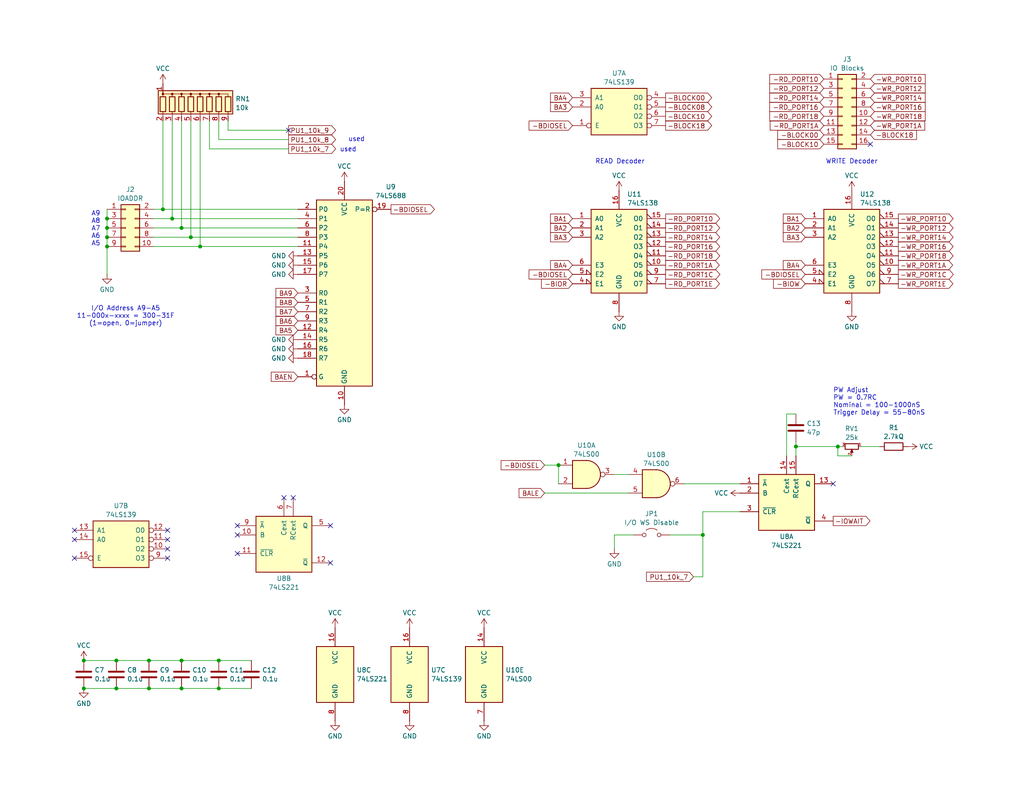
<source format=kicad_sch>
(kicad_sch (version 20231120) (generator "eeschema") (generator_version "8.0")
  (paper "A")
  (title_block (title "386SX Embedded Expansion Card") (date "2024-07-26") (rev "1.0-001") (company "Circuit Cellar/Computer Applications Journal") (comment 1 "Redraw by Richard Cini 07/2024") (comment 2 "Original by Ed Nisley"))
  (lib_symbols
    (symbol "74xx:74LS00" (pin_names (offset 1.016))
      (property "Reference" "U" (at 0 1.27 0))
      (property "Value" "74LS00" (at 0 -1.27 0))
      (symbol "74LS00_1_1"
        (arc (start 0 -3.81) (mid 3.7934 0) (end 0 3.81) (stroke (width 0.254)) (fill (type background)))
        (polyline (pts (xy 0 3.81) (xy -3.81 3.81) (xy -3.81 -3.81) (xy 0 -3.81)) (stroke (width 0.254)) (fill (type background)))
        (pin input line (at -7.62 2.54 0) (length 3.81) (name "~") (number "1"))
        (pin input line (at -7.62 -2.54 0) (length 3.81) (name "~") (number "2"))
        (pin output inverted (at 7.62 0 180) (length 3.81) (name "~") (number "3"))
      )
      (symbol "74LS00_1_2"
        (arc (start -3.81 -3.81) (mid -2.589 0) (end -3.81 3.81) (stroke (width 0.254)))
        (arc (start -0.6096 -3.81) (mid 2.1842 -2.5851) (end 3.81 0) (stroke (width 0.254)) (fill (type background)))
        (polyline (pts (xy -3.81 -3.81) (xy -0.635 -3.81)) (stroke (width 0.254)) (fill (type background)))
        (polyline (pts (xy -3.81 3.81) (xy -0.635 3.81)) (stroke (width 0.254)) (fill (type background)))
        (polyline (pts (xy -0.635 3.81) (xy -3.81 3.81) (xy -3.81 3.81) (xy -3.556 3.4036) (xy -3.0226 2.2606) (xy -2.6924 1.0414) (xy -2.6162 -0.254) (xy -2.7686 -1.4986) (xy -3.175 -2.7178) (xy -3.81 -3.81) (xy -3.81 -3.81) (xy -0.635 -3.81)) (stroke (width -25.4)) (fill (type background)))
        (arc (start 3.81 0) (mid 2.1915 2.5936) (end -0.6096 3.81) (stroke (width 0.254)) (fill (type background)))
        (pin input inverted (at -7.62 2.54 0) (length 4.318) (name "~") (number "1"))
        (pin input inverted (at -7.62 -2.54 0) (length 4.318) (name "~") (number "2"))
        (pin output line (at 7.62 0 180) (length 3.81) (name "~") (number "3"))
      )
      (symbol "74LS00_2_1"
        (arc (start 0 -3.81) (mid 3.7934 0) (end 0 3.81) (stroke (width 0.254)) (fill (type background)))
        (polyline (pts (xy 0 3.81) (xy -3.81 3.81) (xy -3.81 -3.81) (xy 0 -3.81)) (stroke (width 0.254)) (fill (type background)))
        (pin input line (at -7.62 2.54 0) (length 3.81) (name "~") (number "4"))
        (pin input line (at -7.62 -2.54 0) (length 3.81) (name "~") (number "5"))
        (pin output inverted (at 7.62 0 180) (length 3.81) (name "~") (number "6"))
      )
      (symbol "74LS00_2_2"
        (arc (start -3.81 -3.81) (mid -2.589 0) (end -3.81 3.81) (stroke (width 0.254)))
        (arc (start -0.6096 -3.81) (mid 2.1842 -2.5851) (end 3.81 0) (stroke (width 0.254)) (fill (type background)))
        (polyline (pts (xy -3.81 -3.81) (xy -0.635 -3.81)) (stroke (width 0.254)) (fill (type background)))
        (polyline (pts (xy -3.81 3.81) (xy -0.635 3.81)) (stroke (width 0.254)) (fill (type background)))
        (polyline (pts (xy -0.635 3.81) (xy -3.81 3.81) (xy -3.81 3.81) (xy -3.556 3.4036) (xy -3.0226 2.2606) (xy -2.6924 1.0414) (xy -2.6162 -0.254) (xy -2.7686 -1.4986) (xy -3.175 -2.7178) (xy -3.81 -3.81) (xy -3.81 -3.81) (xy -0.635 -3.81)) (stroke (width -25.4)) (fill (type background)))
        (arc (start 3.81 0) (mid 2.1915 2.5936) (end -0.6096 3.81) (stroke (width 0.254)) (fill (type background)))
        (pin input inverted (at -7.62 2.54 0) (length 4.318) (name "~") (number "4"))
        (pin input inverted (at -7.62 -2.54 0) (length 4.318) (name "~") (number "5"))
        (pin output line (at 7.62 0 180) (length 3.81) (name "~") (number "6"))
      )
      (symbol "74LS00_3_1"
        (arc (start 0 -3.81) (mid 3.7934 0) (end 0 3.81) (stroke (width 0.254)) (fill (type background)))
        (polyline (pts (xy 0 3.81) (xy -3.81 3.81) (xy -3.81 -3.81) (xy 0 -3.81)) (stroke (width 0.254)) (fill (type background)))
        (pin input line (at -7.62 -2.54 0) (length 3.81) (name "~") (number "10"))
        (pin output inverted (at 7.62 0 180) (length 3.81) (name "~") (number "8"))
        (pin input line (at -7.62 2.54 0) (length 3.81) (name "~") (number "9"))
      )
      (symbol "74LS00_3_2"
        (arc (start -3.81 -3.81) (mid -2.589 0) (end -3.81 3.81) (stroke (width 0.254)))
        (arc (start -0.6096 -3.81) (mid 2.1842 -2.5851) (end 3.81 0) (stroke (width 0.254)) (fill (type background)))
        (polyline (pts (xy -3.81 -3.81) (xy -0.635 -3.81)) (stroke (width 0.254)) (fill (type background)))
        (polyline (pts (xy -3.81 3.81) (xy -0.635 3.81)) (stroke (width 0.254)) (fill (type background)))
        (polyline (pts (xy -0.635 3.81) (xy -3.81 3.81) (xy -3.81 3.81) (xy -3.556 3.4036) (xy -3.0226 2.2606) (xy -2.6924 1.0414) (xy -2.6162 -0.254) (xy -2.7686 -1.4986) (xy -3.175 -2.7178) (xy -3.81 -3.81) (xy -3.81 -3.81) (xy -0.635 -3.81)) (stroke (width -25.4)) (fill (type background)))
        (arc (start 3.81 0) (mid 2.1915 2.5936) (end -0.6096 3.81) (stroke (width 0.254)) (fill (type background)))
        (pin input inverted (at -7.62 -2.54 0) (length 4.318) (name "~") (number "10"))
        (pin output line (at 7.62 0 180) (length 3.81) (name "~") (number "8"))
        (pin input inverted (at -7.62 2.54 0) (length 4.318) (name "~") (number "9"))
      )
      (symbol "74LS00_4_1"
        (arc (start 0 -3.81) (mid 3.7934 0) (end 0 3.81) (stroke (width 0.254)) (fill (type background)))
        (polyline (pts (xy 0 3.81) (xy -3.81 3.81) (xy -3.81 -3.81) (xy 0 -3.81)) (stroke (width 0.254)) (fill (type background)))
        (pin output inverted (at 7.62 0 180) (length 3.81) (name "~") (number "11"))
        (pin input line (at -7.62 2.54 0) (length 3.81) (name "~") (number "12"))
        (pin input line (at -7.62 -2.54 0) (length 3.81) (name "~") (number "13"))
      )
      (symbol "74LS00_4_2"
        (arc (start -3.81 -3.81) (mid -2.589 0) (end -3.81 3.81) (stroke (width 0.254)))
        (arc (start -0.6096 -3.81) (mid 2.1842 -2.5851) (end 3.81 0) (stroke (width 0.254)) (fill (type background)))
        (polyline (pts (xy -3.81 -3.81) (xy -0.635 -3.81)) (stroke (width 0.254)) (fill (type background)))
        (polyline (pts (xy -3.81 3.81) (xy -0.635 3.81)) (stroke (width 0.254)) (fill (type background)))
        (polyline (pts (xy -0.635 3.81) (xy -3.81 3.81) (xy -3.81 3.81) (xy -3.556 3.4036) (xy -3.0226 2.2606) (xy -2.6924 1.0414) (xy -2.6162 -0.254) (xy -2.7686 -1.4986) (xy -3.175 -2.7178) (xy -3.81 -3.81) (xy -3.81 -3.81) (xy -0.635 -3.81)) (stroke (width -25.4)) (fill (type background)))
        (arc (start 3.81 0) (mid 2.1915 2.5936) (end -0.6096 3.81) (stroke (width 0.254)) (fill (type background)))
        (pin output line (at 7.62 0 180) (length 3.81) (name "~") (number "11"))
        (pin input inverted (at -7.62 2.54 0) (length 4.318) (name "~") (number "12"))
        (pin input inverted (at -7.62 -2.54 0) (length 4.318) (name "~") (number "13"))
      )
      (symbol "74LS00_5_0"
        (pin power_in line (at 0 12.7 270) (length 5.08) (name "VCC") (number "14"))
        (pin power_in line (at 0 -12.7 90) (length 5.08) (name "GND") (number "7"))
      )
      (symbol "74LS00_5_1"
        (rectangle (start -5.08 7.62) (end 5.08 -7.62) (stroke (width 0.254)) (fill (type background)))
      )
    )
    (symbol "74xx:74LS138" (pin_names (offset 1.016))
      (property "Reference" "U" (at -7.62 11.43 0))
      (property "Value" "74LS138" (at -7.62 -13.97 0))
      (symbol "74LS138_1_0"
        (pin input line (at -12.7 7.62 0) (length 5.08) (name "A0") (number "1"))
        (pin output output_low (at 12.7 -5.08 180) (length 5.08) (name "O5") (number "10"))
        (pin output output_low (at 12.7 -2.54 180) (length 5.08) (name "O4") (number "11"))
        (pin output output_low (at 12.7 0 180) (length 5.08) (name "O3") (number "12"))
        (pin output output_low (at 12.7 2.54 180) (length 5.08) (name "O2") (number "13"))
        (pin output output_low (at 12.7 5.08 180) (length 5.08) (name "O1") (number "14"))
        (pin output output_low (at 12.7 7.62 180) (length 5.08) (name "O0") (number "15"))
        (pin power_in line (at 0 15.24 270) (length 5.08) (name "VCC") (number "16"))
        (pin input line (at -12.7 5.08 0) (length 5.08) (name "A1") (number "2"))
        (pin input line (at -12.7 2.54 0) (length 5.08) (name "A2") (number "3"))
        (pin input input_low (at -12.7 -10.16 0) (length 5.08) (name "E1") (number "4"))
        (pin input input_low (at -12.7 -7.62 0) (length 5.08) (name "E2") (number "5"))
        (pin input line (at -12.7 -5.08 0) (length 5.08) (name "E3") (number "6"))
        (pin output output_low (at 12.7 -10.16 180) (length 5.08) (name "O7") (number "7"))
        (pin power_in line (at 0 -17.78 90) (length 5.08) (name "GND") (number "8"))
        (pin output output_low (at 12.7 -7.62 180) (length 5.08) (name "O6") (number "9"))
      )
      (symbol "74LS138_1_1"
        (rectangle (start -7.62 10.16) (end 7.62 -12.7) (stroke (width 0.254)) (fill (type background)))
      )
    )
    (symbol "74xx:74LS139" (pin_names (offset 1.016))
      (property "Reference" "U" (at -7.62 8.89 0))
      (property "Value" "74LS139" (at -7.62 -8.89 0))
      (symbol "74LS139_1_0"
        (pin input inverted (at -12.7 -5.08 0) (length 5.08) (name "E") (number "1"))
        (pin input line (at -12.7 0 0) (length 5.08) (name "A0") (number "2"))
        (pin input line (at -12.7 2.54 0) (length 5.08) (name "A1") (number "3"))
        (pin output inverted (at 12.7 2.54 180) (length 5.08) (name "O0") (number "4"))
        (pin output inverted (at 12.7 0 180) (length 5.08) (name "O1") (number "5"))
        (pin output inverted (at 12.7 -2.54 180) (length 5.08) (name "O2") (number "6"))
        (pin output inverted (at 12.7 -5.08 180) (length 5.08) (name "O3") (number "7"))
      )
      (symbol "74LS139_1_1"
        (rectangle (start -7.62 5.08) (end 7.62 -7.62) (stroke (width 0.254)) (fill (type background)))
      )
      (symbol "74LS139_2_0"
        (pin output inverted (at 12.7 -2.54 180) (length 5.08) (name "O2") (number "10"))
        (pin output inverted (at 12.7 0 180) (length 5.08) (name "O1") (number "11"))
        (pin output inverted (at 12.7 2.54 180) (length 5.08) (name "O0") (number "12"))
        (pin input line (at -12.7 2.54 0) (length 5.08) (name "A1") (number "13"))
        (pin input line (at -12.7 0 0) (length 5.08) (name "A0") (number "14"))
        (pin input inverted (at -12.7 -5.08 0) (length 5.08) (name "E") (number "15"))
        (pin output inverted (at 12.7 -5.08 180) (length 5.08) (name "O3") (number "9"))
      )
      (symbol "74LS139_2_1"
        (rectangle (start -7.62 5.08) (end 7.62 -7.62) (stroke (width 0.254)) (fill (type background)))
      )
      (symbol "74LS139_3_0"
        (pin power_in line (at 0 12.7 270) (length 5.08) (name "VCC") (number "16"))
        (pin power_in line (at 0 -12.7 90) (length 5.08) (name "GND") (number "8"))
      )
      (symbol "74LS139_3_1"
        (rectangle (start -5.08 7.62) (end 5.08 -7.62) (stroke (width 0.254)) (fill (type background)))
      )
    )
    (symbol "74xx:74LS221" (pin_names (offset 1.016))
      (property "Reference" "U" (at -7.62 8.89 0))
      (property "Value" "74LS221" (at -7.62 -8.89 0))
      (symbol "74LS221_1_0"
        (pin input line (at -12.7 5.08 0) (length 5.08) (name "~{A}") (number "1"))
        (pin output line (at 12.7 5.08 180) (length 5.08) (name "Q") (number "13"))
        (pin input line (at 0 12.7 270) (length 5.08) (name "Cext") (number "14"))
        (pin input line (at 2.54 12.7 270) (length 5.08) (name "RCext") (number "15"))
        (pin input line (at -12.7 2.54 0) (length 5.08) (name "B") (number "2"))
        (pin input line (at -12.7 -2.54 0) (length 5.08) (name "~{CLR}") (number "3"))
        (pin output line (at 12.7 -5.08 180) (length 5.08) (name "~{Q}") (number "4"))
      )
      (symbol "74LS221_1_1"
        (rectangle (start -7.62 7.62) (end 7.62 -7.62) (stroke (width 0.254)) (fill (type background)))
      )
      (symbol "74LS221_2_0"
        (pin input line (at -12.7 2.54 0) (length 5.08) (name "B") (number "10"))
        (pin input line (at -12.7 -2.54 0) (length 5.08) (name "~{CLR}") (number "11"))
        (pin output line (at 12.7 -5.08 180) (length 5.08) (name "~{Q}") (number "12"))
        (pin output line (at 12.7 5.08 180) (length 5.08) (name "Q") (number "5"))
        (pin input line (at 0 12.7 270) (length 5.08) (name "Cext") (number "6"))
        (pin input line (at 2.54 12.7 270) (length 5.08) (name "RCext") (number "7"))
        (pin input line (at -12.7 5.08 0) (length 5.08) (name "~{A}") (number "9"))
      )
      (symbol "74LS221_2_1"
        (rectangle (start -7.62 7.62) (end 7.62 -7.62) (stroke (width 0.254)) (fill (type background)))
      )
      (symbol "74LS221_3_0"
        (pin power_in line (at 0 12.7 270) (length 5.08) (name "VCC") (number "16"))
        (pin power_in line (at 0 -12.7 90) (length 5.08) (name "GND") (number "8"))
      )
      (symbol "74LS221_3_1"
        (rectangle (start -5.08 7.62) (end 5.08 -7.62) (stroke (width 0.254)) (fill (type background)))
      )
    )
    (symbol "74xx:74LS688"
      (property "Reference" "U" (at -7.62 26.67 0))
      (property "Value" "74LS688" (at -7.62 -26.67 0))
      (symbol "74LS688_1_0"
        (pin input inverted (at -12.7 -22.86 0) (length 5.08) (name "G") (number "1"))
        (pin power_in line (at 0 -30.48 90) (length 5.08) (name "GND") (number "10"))
        (pin input line (at -12.7 12.7 0) (length 5.08) (name "P4") (number "11"))
        (pin input line (at -12.7 -10.16 0) (length 5.08) (name "R4") (number "12"))
        (pin input line (at -12.7 10.16 0) (length 5.08) (name "P5") (number "13"))
        (pin input line (at -12.7 -12.7 0) (length 5.08) (name "R5") (number "14"))
        (pin input line (at -12.7 7.62 0) (length 5.08) (name "P6") (number "15"))
        (pin input line (at -12.7 -15.24 0) (length 5.08) (name "R6") (number "16"))
        (pin input line (at -12.7 5.08 0) (length 5.08) (name "P7") (number "17"))
        (pin input line (at -12.7 -17.78 0) (length 5.08) (name "R7") (number "18"))
        (pin output inverted (at 12.7 22.86 180) (length 5.08) (name "P=R") (number "19"))
        (pin input line (at -12.7 22.86 0) (length 5.08) (name "P0") (number "2"))
        (pin power_in line (at 0 30.48 270) (length 5.08) (name "VCC") (number "20"))
        (pin input line (at -12.7 0 0) (length 5.08) (name "R0") (number "3"))
        (pin input line (at -12.7 20.32 0) (length 5.08) (name "P1") (number "4"))
        (pin input line (at -12.7 -2.54 0) (length 5.08) (name "R1") (number "5"))
        (pin input line (at -12.7 17.78 0) (length 5.08) (name "P2") (number "6"))
        (pin input line (at -12.7 -5.08 0) (length 5.08) (name "R2") (number "7"))
        (pin input line (at -12.7 15.24 0) (length 5.08) (name "P3") (number "8"))
        (pin input line (at -12.7 -7.62 0) (length 5.08) (name "R3") (number "9"))
      )
      (symbol "74LS688_1_1"
        (rectangle (start -7.62 25.4) (end 7.62 -25.4) (stroke (width 0.254)) (fill (type background)))
      )
    )
    (symbol "Connector_Generic:Conn_02x05_Odd_Even" (pin_names (offset 1.016) hide)
      (property "Reference" "J" (at 1.27 7.62 0))
      (property "Value" "Conn_02x05_Odd_Even" (at 1.27 -7.62 0))
      (symbol "Conn_02x05_Odd_Even_1_1"
        (rectangle (start -1.27 -4.953) (end 0 -5.207) (stroke (width 0.1524)))
        (rectangle (start -1.27 -2.413) (end 0 -2.667) (stroke (width 0.1524)))
        (rectangle (start -1.27 0.127) (end 0 -0.127) (stroke (width 0.1524)))
        (rectangle (start -1.27 2.667) (end 0 2.413) (stroke (width 0.1524)))
        (rectangle (start -1.27 5.207) (end 0 4.953) (stroke (width 0.1524)))
        (rectangle (start -1.27 6.35) (end 3.81 -6.35) (stroke (width 0.254)) (fill (type background)))
        (rectangle (start 3.81 -4.953) (end 2.54 -5.207) (stroke (width 0.1524)))
        (rectangle (start 3.81 -2.413) (end 2.54 -2.667) (stroke (width 0.1524)))
        (rectangle (start 3.81 0.127) (end 2.54 -0.127) (stroke (width 0.1524)))
        (rectangle (start 3.81 2.667) (end 2.54 2.413) (stroke (width 0.1524)))
        (rectangle (start 3.81 5.207) (end 2.54 4.953) (stroke (width 0.1524)))
        (pin passive line (at -5.08 5.08 0) (length 3.81) (name "Pin_1") (number "1"))
        (pin passive line (at 7.62 -5.08 180) (length 3.81) (name "Pin_10") (number "10"))
        (pin passive line (at 7.62 5.08 180) (length 3.81) (name "Pin_2") (number "2"))
        (pin passive line (at -5.08 2.54 0) (length 3.81) (name "Pin_3") (number "3"))
        (pin passive line (at 7.62 2.54 180) (length 3.81) (name "Pin_4") (number "4"))
        (pin passive line (at -5.08 0 0) (length 3.81) (name "Pin_5") (number "5"))
        (pin passive line (at 7.62 0 180) (length 3.81) (name "Pin_6") (number "6"))
        (pin passive line (at -5.08 -2.54 0) (length 3.81) (name "Pin_7") (number "7"))
        (pin passive line (at 7.62 -2.54 180) (length 3.81) (name "Pin_8") (number "8"))
        (pin passive line (at -5.08 -5.08 0) (length 3.81) (name "Pin_9") (number "9"))
      )
    )
    (symbol "Connector_Generic:Conn_02x08_Odd_Even" (pin_names (offset 1.016) hide)
      (property "Reference" "J" (at 1.27 10.16 0))
      (property "Value" "Conn_02x08_Odd_Even" (at 1.27 -12.7 0))
      (symbol "Conn_02x08_Odd_Even_1_1"
        (rectangle (start -1.27 -10.033) (end 0 -10.287) (stroke (width 0.1524)))
        (rectangle (start -1.27 -7.493) (end 0 -7.747) (stroke (width 0.1524)))
        (rectangle (start -1.27 -4.953) (end 0 -5.207) (stroke (width 0.1524)))
        (rectangle (start -1.27 -2.413) (end 0 -2.667) (stroke (width 0.1524)))
        (rectangle (start -1.27 0.127) (end 0 -0.127) (stroke (width 0.1524)))
        (rectangle (start -1.27 2.667) (end 0 2.413) (stroke (width 0.1524)))
        (rectangle (start -1.27 5.207) (end 0 4.953) (stroke (width 0.1524)))
        (rectangle (start -1.27 7.747) (end 0 7.493) (stroke (width 0.1524)))
        (rectangle (start -1.27 8.89) (end 3.81 -11.43) (stroke (width 0.254)) (fill (type background)))
        (rectangle (start 3.81 -10.033) (end 2.54 -10.287) (stroke (width 0.1524)))
        (rectangle (start 3.81 -7.493) (end 2.54 -7.747) (stroke (width 0.1524)))
        (rectangle (start 3.81 -4.953) (end 2.54 -5.207) (stroke (width 0.1524)))
        (rectangle (start 3.81 -2.413) (end 2.54 -2.667) (stroke (width 0.1524)))
        (rectangle (start 3.81 0.127) (end 2.54 -0.127) (stroke (width 0.1524)))
        (rectangle (start 3.81 2.667) (end 2.54 2.413) (stroke (width 0.1524)))
        (rectangle (start 3.81 5.207) (end 2.54 4.953) (stroke (width 0.1524)))
        (rectangle (start 3.81 7.747) (end 2.54 7.493) (stroke (width 0.1524)))
        (pin passive line (at -5.08 7.62 0) (length 3.81) (name "Pin_1") (number "1"))
        (pin passive line (at 7.62 -2.54 180) (length 3.81) (name "Pin_10") (number "10"))
        (pin passive line (at -5.08 -5.08 0) (length 3.81) (name "Pin_11") (number "11"))
        (pin passive line (at 7.62 -5.08 180) (length 3.81) (name "Pin_12") (number "12"))
        (pin passive line (at -5.08 -7.62 0) (length 3.81) (name "Pin_13") (number "13"))
        (pin passive line (at 7.62 -7.62 180) (length 3.81) (name "Pin_14") (number "14"))
        (pin passive line (at -5.08 -10.16 0) (length 3.81) (name "Pin_15") (number "15"))
        (pin passive line (at 7.62 -10.16 180) (length 3.81) (name "Pin_16") (number "16"))
        (pin passive line (at 7.62 7.62 180) (length 3.81) (name "Pin_2") (number "2"))
        (pin passive line (at -5.08 5.08 0) (length 3.81) (name "Pin_3") (number "3"))
        (pin passive line (at 7.62 5.08 180) (length 3.81) (name "Pin_4") (number "4"))
        (pin passive line (at -5.08 2.54 0) (length 3.81) (name "Pin_5") (number "5"))
        (pin passive line (at 7.62 2.54 180) (length 3.81) (name "Pin_6") (number "6"))
        (pin passive line (at -5.08 0 0) (length 3.81) (name "Pin_7") (number "7"))
        (pin passive line (at 7.62 0 180) (length 3.81) (name "Pin_8") (number "8"))
        (pin passive line (at -5.08 -2.54 0) (length 3.81) (name "Pin_9") (number "9"))
      )
    )
    (symbol "Device:C" (pin_numbers hide) (pin_names (offset 0.254))
      (property "Reference" "C" (at 0.635 2.54 0))
      (property "Value" "C" (at 0.635 -2.54 0))
      (symbol "C_0_1"
        (polyline (pts (xy -2.032 -0.762) (xy 2.032 -0.762)) (stroke (width 0.508)))
        (polyline (pts (xy -2.032 0.762) (xy 2.032 0.762)) (stroke (width 0.508)))
      )
      (symbol "C_1_1"
        (pin passive line (at 0 3.81 270) (length 2.794) (name "~") (number "1"))
        (pin passive line (at 0 -3.81 90) (length 2.794) (name "~") (number "2"))
      )
    )
    (symbol "Device:R" (pin_numbers hide) (pin_names (offset 0))
      (property "Reference" "R" (at 2.032 0 90))
      (property "Value" "R" (at 0 0 90))
      (symbol "R_0_1"
        (rectangle (start -1.016 -2.54) (end 1.016 2.54) (stroke (width 0.254)))
      )
      (symbol "R_1_1"
        (pin passive line (at 0 3.81 270) (length 1.27) (name "~") (number "1"))
        (pin passive line (at 0 -3.81 90) (length 1.27) (name "~") (number "2"))
      )
    )
    (symbol "Device:R_Network08" (pin_names (offset 0) hide)
      (property "Reference" "RN" (at -12.7 0 90))
      (property "Value" "R_Network08" (at 10.16 0 90))
      (symbol "R_Network08_0_1"
        (rectangle (start -11.43 -3.175) (end 8.89 3.175) (stroke (width 0.254)) (fill (type background)))
        (rectangle (start -10.922 1.524) (end -9.398 -2.54) (stroke (width 0.254)))
        (circle (center -10.16 2.286) (radius 0.254) (fill (type outline)))
        (rectangle (start -8.382 1.524) (end -6.858 -2.54) (stroke (width 0.254)))
        (circle (center -7.62 2.286) (radius 0.254) (fill (type outline)))
        (rectangle (start -5.842 1.524) (end -4.318 -2.54) (stroke (width 0.254)))
        (circle (center -5.08 2.286) (radius 0.254) (fill (type outline)))
        (rectangle (start -3.302 1.524) (end -1.778 -2.54) (stroke (width 0.254)))
        (circle (center -2.54 2.286) (radius 0.254) (fill (type outline)))
        (rectangle (start -0.762 1.524) (end 0.762 -2.54) (stroke (width 0.254)))
        (polyline (pts (xy -10.16 -2.54) (xy -10.16 -3.81)))
        (polyline (pts (xy -7.62 -2.54) (xy -7.62 -3.81)))
        (polyline (pts (xy -5.08 -2.54) (xy -5.08 -3.81)))
        (polyline (pts (xy -2.54 -2.54) (xy -2.54 -3.81)))
        (polyline (pts (xy 0 -2.54) (xy 0 -3.81)))
        (polyline (pts (xy 2.54 -2.54) (xy 2.54 -3.81)))
        (polyline (pts (xy 5.08 -2.54) (xy 5.08 -3.81)))
        (polyline (pts (xy 7.62 -2.54) (xy 7.62 -3.81)))
        (polyline (pts (xy -10.16 1.524) (xy -10.16 2.286) (xy -7.62 2.286) (xy -7.62 1.524)))
        (polyline (pts (xy -7.62 1.524) (xy -7.62 2.286) (xy -5.08 2.286) (xy -5.08 1.524)))
        (polyline (pts (xy -5.08 1.524) (xy -5.08 2.286) (xy -2.54 2.286) (xy -2.54 1.524)))
        (polyline (pts (xy -2.54 1.524) (xy -2.54 2.286) (xy 0 2.286) (xy 0 1.524)))
        (polyline (pts (xy 0 1.524) (xy 0 2.286) (xy 2.54 2.286) (xy 2.54 1.524)))
        (polyline (pts (xy 2.54 1.524) (xy 2.54 2.286) (xy 5.08 2.286) (xy 5.08 1.524)))
        (polyline (pts (xy 5.08 1.524) (xy 5.08 2.286) (xy 7.62 2.286) (xy 7.62 1.524)))
        (circle (center 0 2.286) (radius 0.254) (fill (type outline)))
        (rectangle (start 1.778 1.524) (end 3.302 -2.54) (stroke (width 0.254)))
        (circle (center 2.54 2.286) (radius 0.254) (fill (type outline)))
        (rectangle (start 4.318 1.524) (end 5.842 -2.54) (stroke (width 0.254)))
        (circle (center 5.08 2.286) (radius 0.254) (fill (type outline)))
        (rectangle (start 6.858 1.524) (end 8.382 -2.54) (stroke (width 0.254)))
      )
      (symbol "R_Network08_1_1"
        (pin passive line (at -10.16 5.08 270) (length 2.54) (name "common") (number "1"))
        (pin passive line (at -10.16 -5.08 90) (length 1.27) (name "R1") (number "2"))
        (pin passive line (at -7.62 -5.08 90) (length 1.27) (name "R2") (number "3"))
        (pin passive line (at -5.08 -5.08 90) (length 1.27) (name "R3") (number "4"))
        (pin passive line (at -2.54 -5.08 90) (length 1.27) (name "R4") (number "5"))
        (pin passive line (at 0 -5.08 90) (length 1.27) (name "R5") (number "6"))
        (pin passive line (at 2.54 -5.08 90) (length 1.27) (name "R6") (number "7"))
        (pin passive line (at 5.08 -5.08 90) (length 1.27) (name "R7") (number "8"))
        (pin passive line (at 7.62 -5.08 90) (length 1.27) (name "R8") (number "9"))
      )
    )
    (symbol "Device:R_Potentiometer_Small" (pin_names (offset 1.016) hide)
      (property "Reference" "RV" (at -4.445 0 90))
      (property "Value" "R_Potentiometer_Small" (at -2.54 0 90))
      (symbol "R_Potentiometer_Small_0_1"
        (polyline (pts (xy 0.889 0) (xy 0.635 0) (xy 1.651 0.381) (xy 1.651 -0.381) (xy 0.635 0) (xy 0.889 0)) (fill (type outline)))
        (rectangle (start 0.762 1.8034) (end -0.762 -1.8034) (stroke (width 0.254)))
      )
      (symbol "R_Potentiometer_Small_1_1"
        (pin passive line (at 0 2.54 270) (length 0.635) (name "1") (number "1"))
        (pin passive line (at 2.54 0 180) (length 0.9906) (name "2") (number "2"))
        (pin passive line (at 0 -2.54 90) (length 0.635) (name "3") (number "3"))
      )
    )
    (symbol "Jumper:Jumper_2_Open" (pin_numbers hide) (pin_names (offset 0) hide) (exclude_from_sim yes)
      (property "Reference" "JP" (at 0 2.794 0))
      (property "Value" "Jumper_2_Open" (at 0 -2.286 0))
      (symbol "Jumper_2_Open_0_0"
        (circle (center -2.032 0) (radius 0.508))
        (circle (center 2.032 0) (radius 0.508))
      )
      (symbol "Jumper_2_Open_0_1"
        (arc (start 1.524 1.27) (mid 0 1.778) (end -1.524 1.27))
      )
      (symbol "Jumper_2_Open_1_1"
        (pin passive line (at -5.08 0 0) (length 2.54) (name "A") (number "1"))
        (pin passive line (at 5.08 0 180) (length 2.54) (name "B") (number "2"))
      )
    )
    (symbol "power:GND" (power) (pin_numbers hide) (pin_names (offset 0) hide)
      (property "Value" "GND" (at 0 -3.81 0))
      (symbol "GND_0_1"
        (polyline (pts (xy 0 0) (xy 0 -1.27) (xy 1.27 -1.27) (xy 0 -2.54) (xy -1.27 -1.27) (xy 0 -1.27)))
      )
      (symbol "GND_1_1"
        (pin power_in line (at 0 0 270) (length 0) (name "~") (number "1"))
      )
    )
    (symbol "power:VCC" (power) (pin_numbers hide) (pin_names (offset 0) hide)
      (property "Value" "VCC" (at 0 3.556 0))
      (symbol "VCC_0_1"
        (polyline (pts (xy -0.762 1.27) (xy 0 2.54)))
        (polyline (pts (xy 0 0) (xy 0 2.54)))
        (polyline (pts (xy 0 2.54) (xy 0.762 1.27)))
      )
      (symbol "VCC_1_1"
        (pin power_in line (at 0 0 90) (length 0) (name "~") (number "1"))
      )
    )
  )
  (junction (at 49.53 187.96))
  (junction (at 40.64 180.34))
  (junction (at 40.64 187.96))
  (junction (at 152.4 127))
  (junction (at 52.07 64.77))
  (junction (at 49.53 180.34))
  (junction (at 217.17 121.92))
  (junction (at 228.6 121.92))
  (junction (at 44.45 57.15))
  (junction (at 29.21 64.77))
  (junction (at 29.21 67.31))
  (junction (at 191.77 146.05))
  (junction (at 22.86 180.34))
  (junction (at 59.69 187.96))
  (junction (at 59.69 180.34))
  (junction (at 22.86 187.96))
  (junction (at 29.21 62.23))
  (junction (at 46.99 59.69))
  (junction (at 31.75 187.96))
  (junction (at 54.61 67.31))
  (junction (at 31.75 180.34))
  (junction (at 29.21 59.69))
  (junction (at 49.53 62.23))
  (no_connect (at 45.72 149.86))
  (no_connect (at 20.32 152.4))
  (no_connect (at 80.01 135.89))
  (no_connect (at 77.47 135.89))
  (no_connect (at 64.77 151.13))
  (no_connect (at 227.33 132.08))
  (no_connect (at 237.49 39.37))
  (no_connect (at 78.74 35.56))
  (no_connect (at 45.72 147.32))
  (no_connect (at 64.77 146.05))
  (no_connect (at 45.72 152.4))
  (no_connect (at 90.17 153.67))
  (no_connect (at 64.77 143.51))
  (no_connect (at 45.72 144.78))
  (no_connect (at 20.32 147.32))
  (no_connect (at 20.32 144.78))
  (no_connect (at 90.17 143.51))
  (wire (pts (xy 191.77 139.7) (xy 191.77 146.05)))
  (wire (pts (xy 78.74 40.64) (xy 57.15 40.64)))
  (wire (pts (xy 44.45 33.02) (xy 44.45 57.15)))
  (wire (pts (xy 49.53 180.34) (xy 59.69 180.34)))
  (wire (pts (xy 52.07 64.77) (xy 81.28 64.77)))
  (wire (pts (xy 49.53 187.96) (xy 59.69 187.96)))
  (wire (pts (xy 40.64 180.34) (xy 49.53 180.34)))
  (wire (pts (xy 148.59 134.62) (xy 171.45 134.62)))
  (wire (pts (xy 214.63 113.03) (xy 214.63 124.46)))
  (wire (pts (xy 29.21 64.77) (xy 29.21 67.31)))
  (wire (pts (xy 59.69 38.1) (xy 59.69 33.02)))
  (wire (pts (xy 232.41 124.46) (xy 228.6 124.46)))
  (wire (pts (xy 22.86 187.96) (xy 31.75 187.96)))
  (wire (pts (xy 31.75 180.34) (xy 40.64 180.34)))
  (wire (pts (xy 54.61 67.31) (xy 81.28 67.31)))
  (wire (pts (xy 167.64 146.05) (xy 167.64 149.86)))
  (wire (pts (xy 78.74 38.1) (xy 59.69 38.1)))
  (wire (pts (xy 29.21 57.15) (xy 29.21 59.69)))
  (wire (pts (xy 41.91 57.15) (xy 44.45 57.15)))
  (wire (pts (xy 52.07 33.02) (xy 52.07 64.77)))
  (wire (pts (xy 167.64 129.54) (xy 171.45 129.54)))
  (wire (pts (xy 59.69 187.96) (xy 68.58 187.96)))
  (wire (pts (xy 41.91 67.31) (xy 54.61 67.31)))
  (wire (pts (xy 22.86 180.34) (xy 31.75 180.34)))
  (wire (pts (xy 228.6 124.46) (xy 228.6 121.92)))
  (wire (pts (xy 49.53 62.23) (xy 81.28 62.23)))
  (wire (pts (xy 217.17 120.65) (xy 217.17 121.92)))
  (wire (pts (xy 29.21 62.23) (xy 29.21 64.77)))
  (wire (pts (xy 217.17 121.92) (xy 228.6 121.92)))
  (wire (pts (xy 172.72 146.05) (xy 167.64 146.05)))
  (wire (pts (xy 57.15 40.64) (xy 57.15 33.02)))
  (wire (pts (xy 44.45 57.15) (xy 81.28 57.15)))
  (wire (pts (xy 152.4 127) (xy 152.4 132.08)))
  (wire (pts (xy 186.69 132.08) (xy 201.93 132.08)))
  (wire (pts (xy 41.91 62.23) (xy 49.53 62.23)))
  (wire (pts (xy 62.23 35.56) (xy 62.23 33.02)))
  (wire (pts (xy 182.88 146.05) (xy 191.77 146.05)))
  (wire (pts (xy 41.91 59.69) (xy 46.99 59.69)))
  (wire (pts (xy 148.59 127) (xy 152.4 127)))
  (wire (pts (xy 62.23 35.56) (xy 78.74 35.56)))
  (wire (pts (xy 228.6 121.92) (xy 229.87 121.92)))
  (wire (pts (xy 40.64 187.96) (xy 49.53 187.96)))
  (wire (pts (xy 54.61 33.02) (xy 54.61 67.31)))
  (wire (pts (xy 191.77 146.05) (xy 191.77 157.48)))
  (wire (pts (xy 217.17 113.03) (xy 214.63 113.03)))
  (wire (pts (xy 29.21 67.31) (xy 29.21 74.93)))
  (wire (pts (xy 49.53 33.02) (xy 49.53 62.23)))
  (wire (pts (xy 29.21 59.69) (xy 29.21 62.23)))
  (wire (pts (xy 59.69 180.34) (xy 68.58 180.34)))
  (wire (pts (xy 217.17 121.92) (xy 217.17 124.46)))
  (wire (pts (xy 31.75 187.96) (xy 40.64 187.96)))
  (wire (pts (xy 189.23 157.48) (xy 191.77 157.48)))
  (wire (pts (xy 234.95 121.92) (xy 240.03 121.92)))
  (wire (pts (xy 41.91 64.77) (xy 52.07 64.77)))
  (wire (pts (xy 46.99 33.02) (xy 46.99 59.69)))
  (wire (pts (xy 191.77 139.7) (xy 201.93 139.7)))
  (wire (pts (xy 46.99 59.69) (xy 81.28 59.69)))
  (text "used" (at 94.996 40.894 0) (effects (font (size 1.27 1.27))))
  (text "PW Adjust\nPW = 0.7RC\nNominal = 100-1000nS\nTrigger Delay = 55-80nS" (at 227.33 109.728 0) (effects (font (size 1.27 1.27)) (justify left)))
  (text "used" (at 97.282 38.1 0) (effects (font (size 1.27 1.27))))
  (text "A9\nA8\nA7\nA6\nA5" (at 26.162 62.484 0) (effects (font (size 1.27 1.27))))
  (text "I/O Address A9-A5\n11-000x-xxxx = 300-31F\n(1=open, 0=jumper)\n" (at 34.29 86.36 0) (effects (font (size 1.27 1.27))))
  (text "WRITE Decoder\n" (at 232.41 44.196 0) (effects (font (size 1.27 1.27))))
  (text "READ Decoder\n" (at 169.164 44.196 0) (effects (font (size 1.27 1.27))))
  (global_label "PU1_10k_8" (shape output) (at 78.74 38.1 0) (property "Intersheetrefs" "${INTERSHEET_REFS}" (at 92.127 38.1 0) (effects (justify left))))
  (global_label "-BDIOSEL" (shape input) (at 156.21 74.93 180) (property "Intersheetrefs" "${INTERSHEET_REFS}" (at 143.7905 74.93 0) (effects (justify right))))
  (global_label "-RD_PORT1A" (shape input) (at 224.79 34.29 180) (property "Intersheetrefs" "${INTERSHEET_REFS}" (at 209.5886 34.29 0) (effects (justify right))))
  (global_label "-RD_PORT18" (shape output) (at 181.61 69.85 0) (property "Intersheetrefs" "${INTERSHEET_REFS}" (at 196.9323 69.85 0) (effects (justify left))))
  (global_label "-RD_PORT12" (shape output) (at 181.61 62.23 0) (property "Intersheetrefs" "${INTERSHEET_REFS}" (at 196.9323 62.23 0) (effects (justify left))))
  (global_label "-RD_PORT12" (shape input) (at 224.79 24.13 180) (property "Intersheetrefs" "${INTERSHEET_REFS}" (at 209.4677 24.13 0) (effects (justify right))))
  (global_label "BA8" (shape input) (at 81.28 82.55 180) (property "Intersheetrefs" "${INTERSHEET_REFS}" (at 74.7267 82.55 0) (effects (justify right))))
  (global_label "BA6" (shape input) (at 81.28 87.63 180) (property "Intersheetrefs" "${INTERSHEET_REFS}" (at 74.7267 87.63 0) (effects (justify right))))
  (global_label "-BIOR" (shape input) (at 156.21 77.47 180) (property "Intersheetrefs" "${INTERSHEET_REFS}" (at 147.1771 77.47 0) (effects (justify right))))
  (global_label "BA1" (shape input) (at 156.21 59.69 180) (property "Intersheetrefs" "${INTERSHEET_REFS}" (at 149.6567 59.69 0) (effects (justify right))))
  (global_label "BA5" (shape input) (at 81.28 90.17 180) (property "Intersheetrefs" "${INTERSHEET_REFS}" (at 74.7267 90.17 0) (effects (justify right))))
  (global_label "-RD_PORT18" (shape input) (at 224.79 31.75 180) (property "Intersheetrefs" "${INTERSHEET_REFS}" (at 209.4677 31.75 0) (effects (justify right))))
  (global_label "-WR_PORT12" (shape input) (at 237.49 24.13 0) (property "Intersheetrefs" "${INTERSHEET_REFS}" (at 252.9937 24.13 0) (effects (justify left))))
  (global_label "-WR_PORT1A" (shape output) (at 245.11 72.39 0) (property "Intersheetrefs" "${INTERSHEET_REFS}" (at 260.4928 72.39 0) (effects (justify left))))
  (global_label "BA3" (shape input) (at 156.21 64.77 180) (property "Intersheetrefs" "${INTERSHEET_REFS}" (at 149.6567 64.77 0) (effects (justify right))))
  (global_label "-WR_PORT1E" (shape output) (at 245.11 77.47 0) (property "Intersheetrefs" "${INTERSHEET_REFS}" (at 260.5532 77.47 0) (effects (justify left))))
  (global_label "BA1" (shape input) (at 219.71 59.69 180) (property "Intersheetrefs" "${INTERSHEET_REFS}" (at 213.1567 59.69 0) (effects (justify right))))
  (global_label "-BDIOSEL" (shape input) (at 219.71 74.93 180) (property "Intersheetrefs" "${INTERSHEET_REFS}" (at 207.2905 74.93 0) (effects (justify right))))
  (global_label "-BLOCK10" (shape output) (at 181.61 31.75 0) (property "Intersheetrefs" "${INTERSHEET_REFS}" (at 194.7552 31.75 0) (effects (justify left))))
  (global_label "-BLOCK18" (shape input) (at 237.49 36.83 0) (property "Intersheetrefs" "${INTERSHEET_REFS}" (at 250.6352 36.83 0) (effects (justify left))))
  (global_label "BALE" (shape input) (at 148.59 134.62 180) (property "Intersheetrefs" "${INTERSHEET_REFS}" (at 141.0691 134.62 0) (effects (justify right))))
  (global_label "-WR_PORT1A" (shape input) (at 237.49 34.29 0) (property "Intersheetrefs" "${INTERSHEET_REFS}" (at 252.8728 34.29 0) (effects (justify left))))
  (global_label "-RD_PORT16" (shape output) (at 181.61 67.31 0) (property "Intersheetrefs" "${INTERSHEET_REFS}" (at 196.9323 67.31 0) (effects (justify left))))
  (global_label "-WR_PORT18" (shape output) (at 245.11 69.85 0) (property "Intersheetrefs" "${INTERSHEET_REFS}" (at 260.6137 69.85 0) (effects (justify left))))
  (global_label "-RD_PORT1C" (shape output) (at 181.61 74.93 0) (property "Intersheetrefs" "${INTERSHEET_REFS}" (at 196.9928 74.93 0) (effects (justify left))))
  (global_label "-BLOCK18" (shape output) (at 181.61 34.29 0) (property "Intersheetrefs" "${INTERSHEET_REFS}" (at 194.7552 34.29 0) (effects (justify left))))
  (global_label "BA4" (shape input) (at 156.21 72.39 180) (property "Intersheetrefs" "${INTERSHEET_REFS}" (at 149.6567 72.39 0) (effects (justify right))))
  (global_label "-WR_PORT1C" (shape output) (at 245.11 74.93 0) (property "Intersheetrefs" "${INTERSHEET_REFS}" (at 260.6742 74.93 0) (effects (justify left))))
  (global_label "-WR_PORT14" (shape input) (at 237.49 26.67 0) (property "Intersheetrefs" "${INTERSHEET_REFS}" (at 252.9937 26.67 0) (effects (justify left))))
  (global_label "-RD_PORT14" (shape input) (at 224.79 26.67 180) (property "Intersheetrefs" "${INTERSHEET_REFS}" (at 209.4677 26.67 0) (effects (justify right))))
  (global_label "-BLOCK10" (shape input) (at 224.79 39.37 180) (property "Intersheetrefs" "${INTERSHEET_REFS}" (at 211.6448 39.37 0) (effects (justify right))))
  (global_label "-BLOCK00" (shape output) (at 181.61 26.67 0) (property "Intersheetrefs" "${INTERSHEET_REFS}" (at 194.7552 26.67 0) (effects (justify left))))
  (global_label "BA4" (shape input) (at 156.21 26.67 180) (property "Intersheetrefs" "${INTERSHEET_REFS}" (at 149.6567 26.67 0) (effects (justify right))))
  (global_label "-BLOCK08" (shape output) (at 181.61 29.21 0) (property "Intersheetrefs" "${INTERSHEET_REFS}" (at 194.7552 29.21 0) (effects (justify left))))
  (global_label "BA7" (shape input) (at 81.28 85.09 180) (property "Intersheetrefs" "${INTERSHEET_REFS}" (at 74.7267 85.09 0) (effects (justify right))))
  (global_label "-WR_PORT12" (shape output) (at 245.11 62.23 0) (property "Intersheetrefs" "${INTERSHEET_REFS}" (at 260.6137 62.23 0) (effects (justify left))))
  (global_label "-BDIOSEL" (shape output) (at 106.68 57.15 0) (property "Intersheetrefs" "${INTERSHEET_REFS}" (at 119.0995 57.15 0) (effects (justify left))))
  (global_label "-RD_PORT14" (shape output) (at 181.61 64.77 0) (property "Intersheetrefs" "${INTERSHEET_REFS}" (at 196.9323 64.77 0) (effects (justify left))))
  (global_label "-WR_PORT10" (shape output) (at 245.11 59.69 0) (property "Intersheetrefs" "${INTERSHEET_REFS}" (at 260.6137 59.69 0) (effects (justify left))))
  (global_label "BA4" (shape input) (at 219.71 72.39 180) (property "Intersheetrefs" "${INTERSHEET_REFS}" (at 213.1567 72.39 0) (effects (justify right))))
  (global_label "PU1_10k_7" (shape input) (at 189.23 157.48 180) (property "Intersheetrefs" "${INTERSHEET_REFS}" (at 175.843 157.48 0) (effects (justify right))))
  (global_label "-RD_PORT10" (shape output) (at 181.61 59.69 0) (property "Intersheetrefs" "${INTERSHEET_REFS}" (at 196.9323 59.69 0) (effects (justify left))))
  (global_label "-BDIOSEL" (shape input) (at 156.21 34.29 180) (property "Intersheetrefs" "${INTERSHEET_REFS}" (at 143.7905 34.29 0) (effects (justify right))))
  (global_label "BA9" (shape input) (at 81.28 80.01 180) (property "Intersheetrefs" "${INTERSHEET_REFS}" (at 74.7267 80.01 0) (effects (justify right))))
  (global_label "-RD_PORT1A" (shape output) (at 181.61 72.39 0) (property "Intersheetrefs" "${INTERSHEET_REFS}" (at 196.8114 72.39 0) (effects (justify left))))
  (global_label "-IOWAIT" (shape output) (at 227.33 142.24 0) (property "Intersheetrefs" "${INTERSHEET_REFS}" (at 237.9353 142.24 0) (effects (justify left))))
  (global_label "BAEN" (shape input) (at 81.28 102.87 180) (property "Intersheetrefs" "${INTERSHEET_REFS}" (at 73.4567 102.87 0) (effects (justify right))))
  (global_label "-BIOW" (shape input) (at 219.71 77.47 180) (property "Intersheetrefs" "${INTERSHEET_REFS}" (at 210.4957 77.47 0) (effects (justify right))))
  (global_label "-RD_PORT10" (shape input) (at 224.79 21.59 180) (property "Intersheetrefs" "${INTERSHEET_REFS}" (at 209.4677 21.59 0) (effects (justify right))))
  (global_label "-WR_PORT10" (shape input) (at 237.49 21.59 0) (property "Intersheetrefs" "${INTERSHEET_REFS}" (at 252.9937 21.59 0) (effects (justify left))))
  (global_label "PU1_10k_7" (shape output) (at 78.74 40.64 0) (property "Intersheetrefs" "${INTERSHEET_REFS}" (at 92.127 40.64 0) (effects (justify left))))
  (global_label "-WR_PORT18" (shape input) (at 237.49 31.75 0) (property "Intersheetrefs" "${INTERSHEET_REFS}" (at 252.9937 31.75 0) (effects (justify left))))
  (global_label "-WR_PORT16" (shape output) (at 245.11 67.31 0) (property "Intersheetrefs" "${INTERSHEET_REFS}" (at 260.6137 67.31 0) (effects (justify left))))
  (global_label "-BDIOSEL" (shape input) (at 148.59 127 180) (property "Intersheetrefs" "${INTERSHEET_REFS}" (at 136.1705 127 0) (effects (justify right))))
  (global_label "-WR_PORT14" (shape output) (at 245.11 64.77 0) (property "Intersheetrefs" "${INTERSHEET_REFS}" (at 260.6137 64.77 0) (effects (justify left))))
  (global_label "BA3" (shape input) (at 219.71 64.77 180) (property "Intersheetrefs" "${INTERSHEET_REFS}" (at 213.1567 64.77 0) (effects (justify right))))
  (global_label "-BLOCK00" (shape input) (at 224.79 36.83 180) (property "Intersheetrefs" "${INTERSHEET_REFS}" (at 211.6448 36.83 0) (effects (justify right))))
  (global_label "BA3" (shape input) (at 156.21 29.21 180) (property "Intersheetrefs" "${INTERSHEET_REFS}" (at 149.6567 29.21 0) (effects (justify right))))
  (global_label "BA2" (shape input) (at 219.71 62.23 180) (property "Intersheetrefs" "${INTERSHEET_REFS}" (at 213.1567 62.23 0) (effects (justify right))))
  (global_label "-RD_PORT1E" (shape output) (at 181.61 77.47 0) (property "Intersheetrefs" "${INTERSHEET_REFS}" (at 196.8718 77.47 0) (effects (justify left))))
  (global_label "BA2" (shape input) (at 156.21 62.23 180) (property "Intersheetrefs" "${INTERSHEET_REFS}" (at 149.6567 62.23 0) (effects (justify right))))
  (global_label "-WR_PORT16" (shape input) (at 237.49 29.21 0) (property "Intersheetrefs" "${INTERSHEET_REFS}" (at 252.9937 29.21 0) (effects (justify left))))
  (global_label "PU1_10k_9" (shape output) (at 78.74 35.56 0) (property "Intersheetrefs" "${INTERSHEET_REFS}" (at 92.127 35.56 0) (effects (justify left))))
  (global_label "-RD_PORT16" (shape input) (at 224.79 29.21 180) (property "Intersheetrefs" "${INTERSHEET_REFS}" (at 209.4677 29.21 0) (effects (justify right))))
  (symbol (lib_id "power:GND") (at 111.76 196.85 0) (unit 1)
    (property "Reference" "#PWR041" (effects (hide yes)))
    (property "Value" "GND" (at 111.76 200.9831 0))
    (property "Description" "Power symbol creates a global label with name \"GND\" , ground" (effects (hide yes)))
  )
  (symbol (lib_id "power:VCC") (at 132.08 171.45 0) (unit 1)
    (property "Reference" "#PWR042" (effects (hide yes)))
    (property "Value" "VCC" (at 132.08 167.3169 0))
    (property "Description" "Power symbol creates a global label with name \"VCC\"" (effects (hide yes)))
  )
  (symbol (lib_id "74xx:74LS139") (at 168.91 29.21 0) (unit 1)
    (property "Reference" "U7" (at 168.91 19.9855 0))
    (property "Value" "74LS139" (at 168.91 22.4098 0))
    (property "Footprint" "Package_DIP:DIP-16_W7.62mm_Socket" (effects (hide yes)))
    (property "Datasheet" "http://www.ti.com/lit/ds/symlink/sn74ls139a.pdf" (effects (hide yes)))
    (property "Description" "Dual Decoder 1 of 4, Active low outputs" (effects (hide yes)))
  )
  (symbol (lib_id "power:GND") (at 91.44 196.85 0) (unit 1)
    (property "Reference" "#PWR037" (effects (hide yes)))
    (property "Value" "GND" (at 91.44 200.9831 0))
    (property "Description" "Power symbol creates a global label with name \"GND\" , ground" (effects (hide yes)))
  )
  (symbol (lib_id "power:GND") (at 132.08 196.85 0) (unit 1)
    (property "Reference" "#PWR043" (effects (hide yes)))
    (property "Value" "GND" (at 132.08 200.9831 0))
    (property "Description" "Power symbol creates a global label with name \"GND\" , ground" (effects (hide yes)))
  )
  (symbol (lib_id "power:VCC") (at 91.44 171.45 0) (unit 1)
    (property "Reference" "#PWR036" (effects (hide yes)))
    (property "Value" "VCC" (at 91.44 167.3169 0))
    (property "Description" "Power symbol creates a global label with name \"VCC\"" (effects (hide yes)))
  )
  (symbol (lib_id "74xx:74LS138") (at 168.91 67.31 0) (unit 1)
    (property "Reference" "U11" (at 171.1041 53.0055 0) (effects (justify left)))
    (property "Value" "74LS138" (at 171.1041 55.4298 0) (effects (justify left)))
    (property "Footprint" "Package_DIP:DIP-16_W7.62mm_Socket" (effects (hide yes)))
    (property "Datasheet" "http://www.ti.com/lit/gpn/sn74LS138" (effects (hide yes)))
    (property "Description" "Decoder 3 to 8 active low outputs" (effects (hide yes)))
  )
  (symbol (lib_id "74xx:74LS00") (at 160.02 129.54 0) (unit 1)
    (property "Reference" "U10" (at 160.0117 121.5855 0))
    (property "Value" "74LS00" (at 160.0117 124.0098 0))
    (property "Footprint" "Package_DIP:DIP-14_W7.62mm_Socket" (effects (hide yes)))
    (property "Datasheet" "http://www.ti.com/lit/gpn/sn74ls00" (effects (hide yes)))
    (property "Description" "quad 2-input NAND gate" (effects (hide yes)))
  )
  (symbol (lib_id "Device:C") (at 59.69 184.15 0) (unit 1)
    (property "Reference" "C11" (at 62.611 182.9379 0) (effects (justify left)))
    (property "Value" "0.1u" (at 62.611 185.3621 0) (effects (justify left)))
    (property "Footprint" "Capacitor_THT:C_Disc_D4.3mm_W1.9mm_P5.00mm" (effects (hide yes)))
  )
  (symbol (lib_id "power:VCC") (at 44.45 22.86 0) (unit 1)
    (property "Reference" "#PWR029" (effects (hide yes)))
    (property "Value" "VCC" (at 44.45 18.7269 0))
    (property "Description" "Power symbol creates a global label with name \"VCC\"" (effects (hide yes)))
  )
  (symbol (lib_id "power:GND") (at 81.28 69.85 270) (unit 1)
    (property "Reference" "#PWR030" (effects (hide yes)))
    (property "Value" "GND" (at 78.1051 69.85 90) (effects (justify right)))
    (property "Description" "Power symbol creates a global label with name \"GND\" , ground" (effects (hide yes)))
  )
  (symbol (lib_id "power:GND") (at 168.91 85.09 0) (unit 1)
    (property "Reference" "#PWR046" (effects (hide yes)))
    (property "Value" "GND" (at 168.91 89.2231 0))
    (property "Description" "Power symbol creates a global label with name \"GND\" , ground" (effects (hide yes)))
  )
  (symbol (lib_id "74xx:74LS221") (at 214.63 137.16 0) (unit 1)
    (property "Reference" "U8" (at 214.63 146.5001 0))
    (property "Value" "74LS221" (at 214.63 148.9244 0))
    (property "Footprint" "Package_DIP:DIP-16_W7.62mm_Socket" (effects (hide yes)))
    (property "Datasheet" "http://www.ti.com/lit/gpn/sn74LS221" (effects (hide yes)))
    (property "Description" "Dual Monostable" (effects (hide yes)))
  )
  (symbol (lib_id "power:GND") (at 22.86 187.96 0) (unit 1)
    (property "Reference" "#PWR027" (effects (hide yes)))
    (property "Value" "GND" (at 22.86 192.0931 0))
    (property "Description" "Power symbol creates a global label with name \"GND\" , ground" (effects (hide yes)))
  )
  (symbol (lib_id "power:GND") (at 81.28 92.71 270) (unit 1)
    (property "Reference" "#PWR033" (effects (hide yes)))
    (property "Value" "GND" (at 78.1051 92.71 90) (effects (justify right)))
    (property "Description" "Power symbol creates a global label with name \"GND\" , ground" (effects (hide yes)))
  )
  (symbol (lib_id "Jumper:Jumper_2_Open") (at 177.8 146.05 0) (unit 1) (exclude_from_sim yes)
    (property "Reference" "JP1" (at 177.8 140.2545 0))
    (property "Value" "I/O WS Disable" (at 177.8 142.6788 0))
    (property "Footprint" "Connector_PinHeader_2.54mm:PinHeader_1x02_P2.54mm_Vertical" (effects (hide yes)))
    (property "Description" "Jumper, 2-pole, open" (effects (hide yes)))
  )
  (symbol (lib_id "power:GND") (at 81.28 74.93 270) (unit 1)
    (property "Reference" "#PWR032" (effects (hide yes)))
    (property "Value" "GND" (at 78.1051 74.93 90) (effects (justify right)))
    (property "Description" "Power symbol creates a global label with name \"GND\" , ground" (effects (hide yes)))
  )
  (symbol (lib_id "74xx:74LS00") (at 132.08 184.15 0) (unit 5)
    (property "Reference" "U10" (at 137.922 182.9378 0) (effects (justify left)))
    (property "Value" "74LS00" (at 137.922 185.3621 0) (effects (justify left)))
    (property "Footprint" "Package_DIP:DIP-14_W7.62mm_Socket" (effects (hide yes)))
    (property "Datasheet" "http://www.ti.com/lit/gpn/sn74ls00" (effects (hide yes)))
    (property "Description" "quad 2-input NAND gate" (effects (hide yes)))
  )
  (symbol (lib_id "Device:C") (at 31.75 184.15 0) (unit 1)
    (property "Reference" "C8" (at 34.671 182.9379 0) (effects (justify left)))
    (property "Value" "0.1u" (at 34.671 185.3621 0) (effects (justify left)))
    (property "Footprint" "Capacitor_THT:C_Disc_D4.3mm_W1.9mm_P5.00mm" (effects (hide yes)))
  )
  (symbol (lib_id "Device:R") (at 243.84 121.92 270) (unit 1)
    (property "Reference" "R1" (at 243.84 116.7595 90))
    (property "Value" "2.7kQ" (at 243.84 119.1838 90))
    (property "Footprint" "Resistor_THT:R_Axial_DIN0207_L6.3mm_D2.5mm_P7.62mm_Horizontal" (effects (hide yes)))
    (property "Description" "Resistor" (effects (hide yes)))
  )
  (symbol (lib_id "power:VCC") (at 22.86 180.34 0) (unit 1)
    (property "Reference" "#PWR026" (effects (hide yes)))
    (property "Value" "VCC" (at 22.86 176.2069 0))
    (property "Description" "Power symbol creates a global label with name \"VCC\"" (effects (hide yes)))
  )
  (symbol (lib_id "74xx:74LS688") (at 93.98 80.01 0) (unit 1)
    (property "Reference" "U9" (at 106.6157 51.005 0))
    (property "Value" "74LS688" (at 106.6157 53.4293 0))
    (property "Footprint" "Package_DIP:DIP-20_W7.62mm_Socket" (effects (hide yes)))
    (property "Datasheet" "http://www.ti.com/lit/gpn/sn74LS688" (effects (hide yes)))
    (property "Description" "8-bit magnitude comparator" (effects (hide yes)))
  )
  (symbol (lib_id "power:GND") (at 81.28 97.79 270) (unit 1)
    (property "Reference" "#PWR035" (effects (hide yes)))
    (property "Value" "GND" (at 78.1051 97.79 90) (effects (justify right)))
    (property "Description" "Power symbol creates a global label with name \"GND\" , ground" (effects (hide yes)))
  )
  (symbol (lib_id "74xx:74LS00") (at 179.07 132.08 0) (unit 2)
    (property "Reference" "U10" (at 179.0617 124.1255 0))
    (property "Value" "74LS00" (at 179.0617 126.5498 0))
    (property "Footprint" "Package_DIP:DIP-14_W7.62mm_Socket" (effects (hide yes)))
    (property "Datasheet" "http://www.ti.com/lit/gpn/sn74ls00" (effects (hide yes)))
    (property "Description" "quad 2-input NAND gate" (effects (hide yes)))
  )
  (symbol (lib_id "power:GND") (at 81.28 72.39 270) (unit 1)
    (property "Reference" "#PWR031" (effects (hide yes)))
    (property "Value" "GND" (at 78.1051 72.39 90) (effects (justify right)))
    (property "Description" "Power symbol creates a global label with name \"GND\" , ground" (effects (hide yes)))
  )
  (symbol (lib_id "power:VCC") (at 201.93 134.62 90) (unit 1)
    (property "Reference" "#PWR047" (effects (hide yes)))
    (property "Value" "VCC" (at 198.755 134.62 90) (effects (justify left)))
    (property "Description" "Power symbol creates a global label with name \"VCC\"" (effects (hide yes)))
  )
  (symbol (lib_id "power:GND") (at 29.21 74.93 0) (unit 1)
    (property "Reference" "#PWR028" (effects (hide yes)))
    (property "Value" "GND" (at 29.21 79.0631 0))
    (property "Description" "Power symbol creates a global label with name \"GND\" , ground" (effects (hide yes)))
  )
  (symbol (lib_id "power:VCC") (at 247.65 121.92 270) (unit 1)
    (property "Reference" "#PWR050" (effects (hide yes)))
    (property "Value" "VCC" (at 250.825 121.92 90) (effects (justify left)))
    (property "Description" "Power symbol creates a global label with name \"VCC\"" (effects (hide yes)))
  )
  (symbol (lib_id "Device:C") (at 217.17 116.84 0) (unit 1)
    (property "Reference" "C13" (at 220.091 115.6278 0) (effects (justify left)))
    (property "Value" "47p" (at 220.091 118.0521 0) (effects (justify left)))
    (property "Footprint" "Capacitor_THT:C_Disc_D3.0mm_W1.6mm_P2.50mm" (effects (hide yes)))
  )
  (symbol (lib_id "74xx:74LS221") (at 77.47 148.59 0) (unit 2)
    (property "Reference" "U8" (at 77.47 157.9301 0))
    (property "Value" "74LS221" (at 77.47 160.3544 0))
    (property "Footprint" "Package_DIP:DIP-16_W7.62mm_Socket" (effects (hide yes)))
    (property "Datasheet" "http://www.ti.com/lit/gpn/sn74LS221" (effects (hide yes)))
    (property "Description" "Dual Monostable" (effects (hide yes)))
  )
  (symbol (lib_id "Device:C") (at 49.53 184.15 0) (unit 1)
    (property "Reference" "C10" (at 52.451 182.9379 0) (effects (justify left)))
    (property "Value" "0.1u" (at 52.451 185.3621 0) (effects (justify left)))
    (property "Footprint" "Capacitor_THT:C_Disc_D4.3mm_W1.9mm_P5.00mm" (effects (hide yes)))
  )
  (symbol (lib_id "74xx:74LS139") (at 33.02 147.32 0) (unit 2)
    (property "Reference" "U7" (at 33.02 138.0955 0))
    (property "Value" "74LS139" (at 33.02 140.5198 0))
    (property "Footprint" "Package_DIP:DIP-16_W7.62mm_Socket" (effects (hide yes)))
    (property "Datasheet" "http://www.ti.com/lit/ds/symlink/sn74ls139a.pdf" (effects (hide yes)))
    (property "Description" "Dual Decoder 1 of 4, Active low outputs" (effects (hide yes)))
  )
  (symbol (lib_id "Connector_Generic:Conn_02x05_Odd_Even") (at 34.29 62.23 0) (unit 1)
    (property "Reference" "J2" (at 35.56 51.7355 0))
    (property "Value" "IOADDR" (at 35.56 54.1598 0))
    (property "Footprint" "Connector_PinHeader_2.54mm:PinHeader_2x05_P2.54mm_Vertical" (effects (hide yes)))
    (property "Description" "Generic connector, double row, 02x05, odd/even pin numbering scheme (row 1 odd numbers, row 2 even numbers), script generated (kicad-library-utils/schlib/autogen/connector/)" (effects (hide yes)))
  )
  (symbol (lib_id "power:VCC") (at 111.76 171.45 0) (unit 1)
    (property "Reference" "#PWR040" (effects (hide yes)))
    (property "Value" "VCC" (at 111.76 167.3169 0))
    (property "Description" "Power symbol creates a global label with name \"VCC\"" (effects (hide yes)))
  )
  (symbol (lib_id "Device:R_Potentiometer_Small") (at 232.41 121.92 270) (unit 1)
    (property "Reference" "RV1" (at 232.41 117.0135 90))
    (property "Value" "25k" (at 232.41 119.4378 90))
    (property "Footprint" "Potentiometer_THT:Potentiometer_Bourns_3266W_Vertical" (effects (hide yes)))
    (property "Description" "Potentiometer" (effects (hide yes)))
  )
  (symbol (lib_id "power:GND") (at 93.98 110.49 0) (unit 1)
    (property "Reference" "#PWR039" (effects (hide yes)))
    (property "Value" "GND" (at 93.98 114.6231 0))
    (property "Description" "Power symbol creates a global label with name \"GND\" , ground" (effects (hide yes)))
  )
  (symbol (lib_id "power:GND") (at 81.28 95.25 270) (unit 1)
    (property "Reference" "#PWR034" (effects (hide yes)))
    (property "Value" "GND" (at 78.1051 95.25 90) (effects (justify right)))
    (property "Description" "Power symbol creates a global label with name \"GND\" , ground" (effects (hide yes)))
  )
  (symbol (lib_id "74xx:74LS138") (at 232.41 67.31 0) (unit 1)
    (property "Reference" "U12" (at 234.6041 53.0055 0) (effects (justify left)))
    (property "Value" "74LS138" (at 234.6041 55.4298 0) (effects (justify left)))
    (property "Footprint" "Package_DIP:DIP-16_W7.62mm_Socket" (effects (hide yes)))
    (property "Datasheet" "http://www.ti.com/lit/gpn/sn74LS138" (effects (hide yes)))
    (property "Description" "Decoder 3 to 8 active low outputs" (effects (hide yes)))
  )
  (symbol (lib_id "74xx:74LS221") (at 91.44 184.15 0) (unit 3)
    (property "Reference" "U8" (at 97.282 182.9378 0) (effects (justify left)))
    (property "Value" "74LS221" (at 97.282 185.3621 0) (effects (justify left)))
    (property "Footprint" "Package_DIP:DIP-16_W7.62mm_Socket" (effects (hide yes)))
    (property "Datasheet" "http://www.ti.com/lit/gpn/sn74LS221" (effects (hide yes)))
    (property "Description" "Dual Monostable" (effects (hide yes)))
  )
  (symbol (lib_id "power:VCC") (at 232.41 52.07 0) (unit 1)
    (property "Reference" "#PWR048" (effects (hide yes)))
    (property "Value" "VCC" (at 232.41 47.9369 0))
    (property "Description" "Power symbol creates a global label with name \"VCC\"" (effects (hide yes)))
  )
  (symbol (lib_id "Device:C") (at 68.58 184.15 0) (unit 1)
    (property "Reference" "C12" (at 71.501 182.9379 0) (effects (justify left)))
    (property "Value" "0.1u" (at 71.501 185.3621 0) (effects (justify left)))
    (property "Footprint" "Capacitor_THT:C_Disc_D4.3mm_W1.9mm_P5.00mm" (effects (hide yes)))
  )
  (symbol (lib_id "Connector_Generic:Conn_02x08_Odd_Even") (at 229.87 29.21 0) (unit 1)
    (property "Reference" "J3" (at 231.14 16.1755 0))
    (property "Value" "IO Blocks" (at 231.14 18.5998 0))
    (property "Footprint" "Connector_PinHeader_2.54mm:PinHeader_2x08_P2.54mm_Vertical" (effects (hide yes)))
    (property "Description" "Generic connector, double row, 02x08, odd/even pin numbering scheme (row 1 odd numbers, row 2 even numbers), script generated (kicad-library-utils/schlib/autogen/connector/)" (effects (hide yes)))
  )
  (symbol (lib_id "Device:C") (at 22.86 184.15 0) (unit 1)
    (property "Reference" "C7" (at 25.781 182.9379 0) (effects (justify left)))
    (property "Value" "0.1u" (at 25.781 185.3621 0) (effects (justify left)))
    (property "Footprint" "Capacitor_THT:C_Disc_D4.3mm_W1.9mm_P5.00mm" (effects (hide yes)))
  )
  (symbol (lib_id "Device:R_Network08") (at 54.61 27.94 0) (unit 1)
    (property "Reference" "RN1" (at 64.262 26.9818 0) (effects (justify left)))
    (property "Value" "10k" (at 64.262 29.4061 0) (effects (justify left)))
    (property "Footprint" "Resistor_THT:R_Array_SIP9" (effects (hide yes)))
    (property "Datasheet" "http://www.vishay.com/docs/31509/csc.pdf" (effects (hide yes)))
    (property "Description" "8 resistor network, star topology, bussed resistors, small symbol" (effects (hide yes)))
  )
  (symbol (lib_id "74xx:74LS139") (at 111.76 184.15 0) (unit 3)
    (property "Reference" "U7" (at 117.602 182.9378 0) (effects (justify left)))
    (property "Value" "74LS139" (at 117.602 185.3621 0) (effects (justify left)))
    (property "Footprint" "Package_DIP:DIP-16_W7.62mm_Socket" (effects (hide yes)))
    (property "Datasheet" "http://www.ti.com/lit/ds/symlink/sn74ls139a.pdf" (effects (hide yes)))
    (property "Description" "Dual Decoder 1 of 4, Active low outputs" (effects (hide yes)))
  )
  (symbol (lib_id "power:VCC") (at 168.91 52.07 0) (unit 1)
    (property "Reference" "#PWR045" (effects (hide yes)))
    (property "Value" "VCC" (at 168.91 47.9369 0))
    (property "Description" "Power symbol creates a global label with name \"VCC\"" (effects (hide yes)))
  )
  (symbol (lib_id "power:VCC") (at 93.98 49.53 0) (unit 1)
    (property "Reference" "#PWR038" (effects (hide yes)))
    (property "Value" "VCC" (at 93.98 45.3969 0))
    (property "Description" "Power symbol creates a global label with name \"VCC\"" (effects (hide yes)))
  )
  (symbol (lib_id "power:GND") (at 232.41 85.09 0) (unit 1)
    (property "Reference" "#PWR049" (effects (hide yes)))
    (property "Value" "GND" (at 232.41 89.2231 0))
    (property "Description" "Power symbol creates a global label with name \"GND\" , ground" (effects (hide yes)))
  )
  (symbol (lib_id "power:GND") (at 167.64 149.86 0) (unit 1)
    (property "Reference" "#PWR044" (effects (hide yes)))
    (property "Value" "GND" (at 167.64 153.9931 0))
    (property "Description" "Power symbol creates a global label with name \"GND\" , ground" (effects (hide yes)))
  )
  (symbol (lib_id "Device:C") (at 40.64 184.15 0) (unit 1)
    (property "Reference" "C9" (at 43.561 182.9379 0) (effects (justify left)))
    (property "Value" "0.1u" (at 43.561 185.3621 0) (effects (justify left)))
    (property "Footprint" "Capacitor_THT:C_Disc_D4.3mm_W1.9mm_P5.00mm" (effects (hide yes)))
  )
)
</source>
